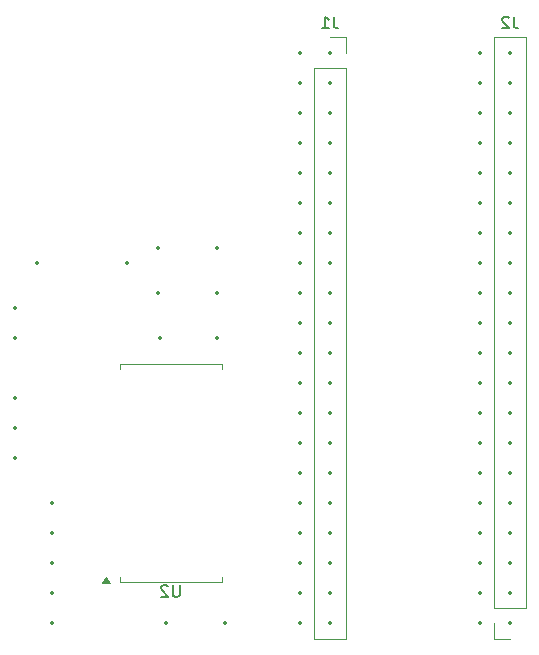
<source format=gbo>
%TF.GenerationSoftware,KiCad,Pcbnew,8.0.3+1*%
%TF.CreationDate,2024-07-30T19:41:34+02:00*%
%TF.ProjectId,QL_diren_keyboard_adapter,514c5f64-6972-4656-9e5f-6b6579626f61,rev?*%
%TF.SameCoordinates,Original*%
%TF.FileFunction,Legend,Bot*%
%TF.FilePolarity,Positive*%
%FSLAX46Y46*%
G04 Gerber Fmt 4.6, Leading zero omitted, Abs format (unit mm)*
G04 Created by KiCad (PCBNEW 8.0.3+1) date 2024-07-30 19:41:34*
%MOMM*%
%LPD*%
G01*
G04 APERTURE LIST*
%ADD10C,0.150000*%
%ADD11C,0.120000*%
%ADD12C,0.350000*%
G04 APERTURE END LIST*
D10*
X119713333Y-60414819D02*
X119713333Y-61129104D01*
X119713333Y-61129104D02*
X119760952Y-61271961D01*
X119760952Y-61271961D02*
X119856190Y-61367200D01*
X119856190Y-61367200D02*
X119999047Y-61414819D01*
X119999047Y-61414819D02*
X120094285Y-61414819D01*
X119284761Y-60510057D02*
X119237142Y-60462438D01*
X119237142Y-60462438D02*
X119141904Y-60414819D01*
X119141904Y-60414819D02*
X118903809Y-60414819D01*
X118903809Y-60414819D02*
X118808571Y-60462438D01*
X118808571Y-60462438D02*
X118760952Y-60510057D01*
X118760952Y-60510057D02*
X118713333Y-60605295D01*
X118713333Y-60605295D02*
X118713333Y-60700533D01*
X118713333Y-60700533D02*
X118760952Y-60843390D01*
X118760952Y-60843390D02*
X119332380Y-61414819D01*
X119332380Y-61414819D02*
X118713333Y-61414819D01*
X91414404Y-108544819D02*
X91414404Y-109354342D01*
X91414404Y-109354342D02*
X91366785Y-109449580D01*
X91366785Y-109449580D02*
X91319166Y-109497200D01*
X91319166Y-109497200D02*
X91223928Y-109544819D01*
X91223928Y-109544819D02*
X91033452Y-109544819D01*
X91033452Y-109544819D02*
X90938214Y-109497200D01*
X90938214Y-109497200D02*
X90890595Y-109449580D01*
X90890595Y-109449580D02*
X90842976Y-109354342D01*
X90842976Y-109354342D02*
X90842976Y-108544819D01*
X90414404Y-108640057D02*
X90366785Y-108592438D01*
X90366785Y-108592438D02*
X90271547Y-108544819D01*
X90271547Y-108544819D02*
X90033452Y-108544819D01*
X90033452Y-108544819D02*
X89938214Y-108592438D01*
X89938214Y-108592438D02*
X89890595Y-108640057D01*
X89890595Y-108640057D02*
X89842976Y-108735295D01*
X89842976Y-108735295D02*
X89842976Y-108830533D01*
X89842976Y-108830533D02*
X89890595Y-108973390D01*
X89890595Y-108973390D02*
X90462023Y-109544819D01*
X90462023Y-109544819D02*
X89842976Y-109544819D01*
X104473333Y-60414819D02*
X104473333Y-61129104D01*
X104473333Y-61129104D02*
X104520952Y-61271961D01*
X104520952Y-61271961D02*
X104616190Y-61367200D01*
X104616190Y-61367200D02*
X104759047Y-61414819D01*
X104759047Y-61414819D02*
X104854285Y-61414819D01*
X103473333Y-61414819D02*
X104044761Y-61414819D01*
X103759047Y-61414819D02*
X103759047Y-60414819D01*
X103759047Y-60414819D02*
X103854285Y-60557676D01*
X103854285Y-60557676D02*
X103949523Y-60652914D01*
X103949523Y-60652914D02*
X104044761Y-60700533D01*
D11*
%TO.C,J2*%
X118050000Y-62170000D02*
X118050000Y-110490000D01*
X118050000Y-113090000D02*
X118050000Y-111760000D01*
X119380000Y-113090000D02*
X118050000Y-113090000D01*
X120710000Y-62170000D02*
X118050000Y-62170000D01*
X120710000Y-62170000D02*
X120710000Y-110490000D01*
X120710000Y-110490000D02*
X118050000Y-110490000D01*
%TO.C,U2*%
X86342500Y-89870000D02*
X90652500Y-89870000D01*
X86342500Y-90245000D02*
X86342500Y-89870000D01*
X86342500Y-107875000D02*
X86342500Y-108250000D01*
X86342500Y-108250000D02*
X90652500Y-108250000D01*
X94962500Y-89870000D02*
X90652500Y-89870000D01*
X94962500Y-90245000D02*
X94962500Y-89870000D01*
X94962500Y-107875000D02*
X94962500Y-108250000D01*
X94962500Y-108250000D02*
X90652500Y-108250000D01*
X85542500Y-108345000D02*
X84862500Y-108345000D01*
X85202500Y-107875000D01*
X85542500Y-108345000D01*
G36*
X85542500Y-108345000D02*
G01*
X84862500Y-108345000D01*
X85202500Y-107875000D01*
X85542500Y-108345000D01*
G37*
%TO.C,J1*%
X102810000Y-64770000D02*
X105470000Y-64770000D01*
X102810000Y-113090000D02*
X102810000Y-64770000D01*
X102810000Y-113090000D02*
X105470000Y-113090000D01*
X104140000Y-62170000D02*
X105470000Y-62170000D01*
X105470000Y-62170000D02*
X105470000Y-63500000D01*
X105470000Y-113090000D02*
X105470000Y-64770000D01*
%TD*%
D12*
X101600000Y-63500000D03*
X101600000Y-66040000D03*
X101600000Y-68580000D03*
X101600000Y-71120000D03*
X101600000Y-73660000D03*
X101600000Y-76200000D03*
X101600000Y-78740000D03*
X101600000Y-81280000D03*
X101600000Y-83820000D03*
X101600000Y-86360000D03*
X101600000Y-88900000D03*
X101600000Y-91440000D03*
X101600000Y-93980000D03*
X101600000Y-96520000D03*
X101600000Y-99060000D03*
X101600000Y-101600000D03*
X101600000Y-104140000D03*
X101600000Y-106680000D03*
X101600000Y-109220000D03*
X101600000Y-111760000D03*
X116840000Y-111760000D03*
X116840000Y-109220000D03*
X116840000Y-106680000D03*
X116840000Y-104140000D03*
X116840000Y-101600000D03*
X116840000Y-99060000D03*
X116840000Y-96520000D03*
X116840000Y-93980000D03*
X116840000Y-91440000D03*
X116840000Y-88900000D03*
X116840000Y-86360000D03*
X116840000Y-83820000D03*
X116840000Y-81280000D03*
X116840000Y-78740000D03*
X116840000Y-76200000D03*
X116840000Y-73660000D03*
X116840000Y-71120000D03*
X116840000Y-68580000D03*
X116840000Y-66040000D03*
X116840000Y-63500000D03*
X77470000Y-97790000D03*
X77470000Y-95250000D03*
X77470000Y-92710000D03*
X94615000Y-80010000D03*
X89615000Y-80010000D03*
X94615000Y-83820000D03*
X89615000Y-83820000D03*
X90250000Y-111760000D03*
X95250000Y-111760000D03*
X89715000Y-87600000D03*
X94615000Y-87600000D03*
X77470000Y-87630000D03*
X77470000Y-85090000D03*
X86995000Y-81280000D03*
X79375000Y-81280000D03*
X80645000Y-111760000D03*
X80645000Y-109220000D03*
X80645000Y-106680000D03*
X80645000Y-104140000D03*
X80645000Y-101600000D03*
X119380000Y-111760000D03*
X119380000Y-109220000D03*
X119380000Y-106680000D03*
X119380000Y-104140000D03*
X119380000Y-101600000D03*
X119380000Y-99060000D03*
X119380000Y-96520000D03*
X119380000Y-93980000D03*
X119380000Y-91440000D03*
X119380000Y-88900000D03*
X119380000Y-86360000D03*
X119380000Y-83820000D03*
X119380000Y-81280000D03*
X119380000Y-78740000D03*
X119380000Y-76200000D03*
X119380000Y-73660000D03*
X119380000Y-71120000D03*
X119380000Y-68580000D03*
X119380000Y-66040000D03*
X119380000Y-63500000D03*
X104140000Y-63500000D03*
X104140000Y-66040000D03*
X104140000Y-68580000D03*
X104140000Y-71120000D03*
X104140000Y-73660000D03*
X104140000Y-76200000D03*
X104140000Y-78740000D03*
X104140000Y-81280000D03*
X104140000Y-83820000D03*
X104140000Y-86360000D03*
X104140000Y-88900000D03*
X104140000Y-91440000D03*
X104140000Y-93980000D03*
X104140000Y-96520000D03*
X104140000Y-99060000D03*
X104140000Y-101600000D03*
X104140000Y-104140000D03*
X104140000Y-106680000D03*
X104140000Y-109220000D03*
X104140000Y-111760000D03*
M02*

</source>
